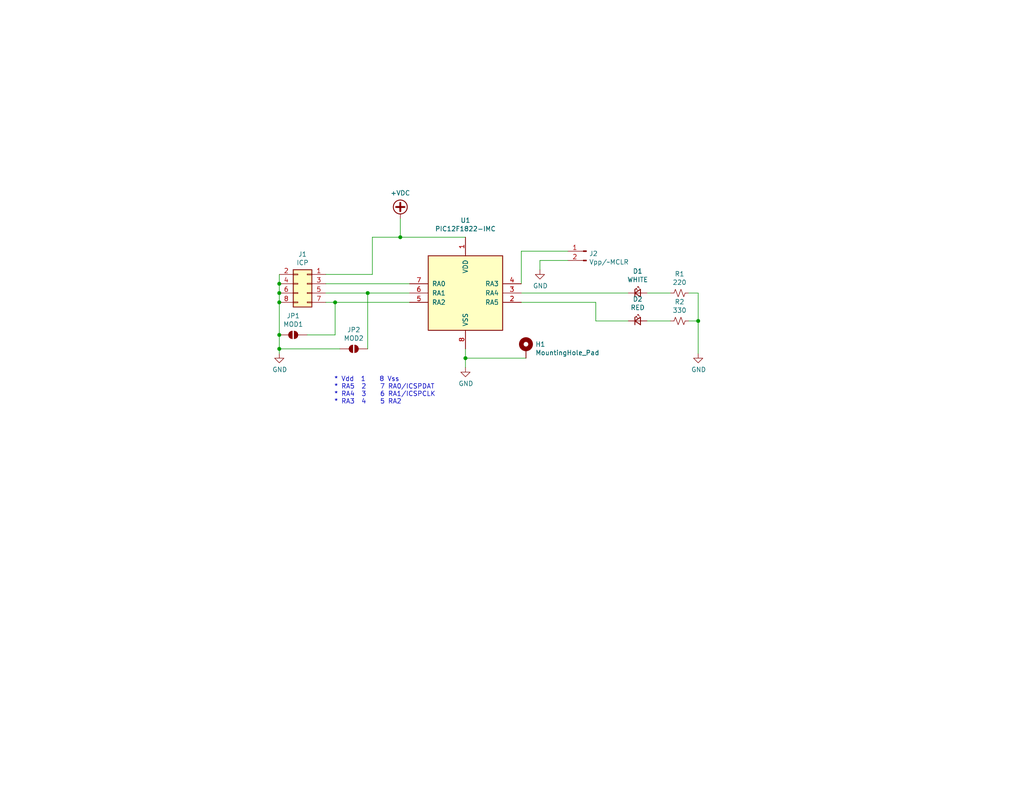
<source format=kicad_sch>
(kicad_sch
	(version 20231120)
	(generator "eeschema")
	(generator_version "8.0")
	(uuid "b6c5bfef-987e-4127-856a-a013b25ae263")
	(paper "A")
	(title_block
		(title "Mini LED Strobe Flasher")
		(date "2023-02-13")
		(rev "0")
		(company "KD6VKF")
	)
	(lib_symbols
		(symbol "Connector_Generic:Conn_02x04_Odd_Even"
			(pin_names
				(offset 1.016) hide)
			(exclude_from_sim no)
			(in_bom yes)
			(on_board yes)
			(property "Reference" "J"
				(at 1.27 5.08 0)
				(effects
					(font
						(size 1.27 1.27)
					)
				)
			)
			(property "Value" "Conn_02x04_Odd_Even"
				(at 1.27 -7.62 0)
				(effects
					(font
						(size 1.27 1.27)
					)
				)
			)
			(property "Footprint" ""
				(at 0 0 0)
				(effects
					(font
						(size 1.27 1.27)
					)
					(hide yes)
				)
			)
			(property "Datasheet" "~"
				(at 0 0 0)
				(effects
					(font
						(size 1.27 1.27)
					)
					(hide yes)
				)
			)
			(property "Description" "Generic connector, double row, 02x04, odd/even pin numbering scheme (row 1 odd numbers, row 2 even numbers), script generated (kicad-library-utils/schlib/autogen/connector/)"
				(at 0 0 0)
				(effects
					(font
						(size 1.27 1.27)
					)
					(hide yes)
				)
			)
			(property "ki_keywords" "connector"
				(at 0 0 0)
				(effects
					(font
						(size 1.27 1.27)
					)
					(hide yes)
				)
			)
			(property "ki_fp_filters" "Connector*:*_2x??_*"
				(at 0 0 0)
				(effects
					(font
						(size 1.27 1.27)
					)
					(hide yes)
				)
			)
			(symbol "Conn_02x04_Odd_Even_1_1"
				(rectangle
					(start -1.27 -4.953)
					(end 0 -5.207)
					(stroke
						(width 0.1524)
						(type default)
					)
					(fill
						(type none)
					)
				)
				(rectangle
					(start -1.27 -2.413)
					(end 0 -2.667)
					(stroke
						(width 0.1524)
						(type default)
					)
					(fill
						(type none)
					)
				)
				(rectangle
					(start -1.27 0.127)
					(end 0 -0.127)
					(stroke
						(width 0.1524)
						(type default)
					)
					(fill
						(type none)
					)
				)
				(rectangle
					(start -1.27 2.667)
					(end 0 2.413)
					(stroke
						(width 0.1524)
						(type default)
					)
					(fill
						(type none)
					)
				)
				(rectangle
					(start -1.27 3.81)
					(end 3.81 -6.35)
					(stroke
						(width 0.254)
						(type default)
					)
					(fill
						(type background)
					)
				)
				(rectangle
					(start 3.81 -4.953)
					(end 2.54 -5.207)
					(stroke
						(width 0.1524)
						(type default)
					)
					(fill
						(type none)
					)
				)
				(rectangle
					(start 3.81 -2.413)
					(end 2.54 -2.667)
					(stroke
						(width 0.1524)
						(type default)
					)
					(fill
						(type none)
					)
				)
				(rectangle
					(start 3.81 0.127)
					(end 2.54 -0.127)
					(stroke
						(width 0.1524)
						(type default)
					)
					(fill
						(type none)
					)
				)
				(rectangle
					(start 3.81 2.667)
					(end 2.54 2.413)
					(stroke
						(width 0.1524)
						(type default)
					)
					(fill
						(type none)
					)
				)
				(pin passive line
					(at -5.08 2.54 0)
					(length 3.81)
					(name "Pin_1"
						(effects
							(font
								(size 1.27 1.27)
							)
						)
					)
					(number "1"
						(effects
							(font
								(size 1.27 1.27)
							)
						)
					)
				)
				(pin passive line
					(at 7.62 2.54 180)
					(length 3.81)
					(name "Pin_2"
						(effects
							(font
								(size 1.27 1.27)
							)
						)
					)
					(number "2"
						(effects
							(font
								(size 1.27 1.27)
							)
						)
					)
				)
				(pin passive line
					(at -5.08 0 0)
					(length 3.81)
					(name "Pin_3"
						(effects
							(font
								(size 1.27 1.27)
							)
						)
					)
					(number "3"
						(effects
							(font
								(size 1.27 1.27)
							)
						)
					)
				)
				(pin passive line
					(at 7.62 0 180)
					(length 3.81)
					(name "Pin_4"
						(effects
							(font
								(size 1.27 1.27)
							)
						)
					)
					(number "4"
						(effects
							(font
								(size 1.27 1.27)
							)
						)
					)
				)
				(pin passive line
					(at -5.08 -2.54 0)
					(length 3.81)
					(name "Pin_5"
						(effects
							(font
								(size 1.27 1.27)
							)
						)
					)
					(number "5"
						(effects
							(font
								(size 1.27 1.27)
							)
						)
					)
				)
				(pin passive line
					(at 7.62 -2.54 180)
					(length 3.81)
					(name "Pin_6"
						(effects
							(font
								(size 1.27 1.27)
							)
						)
					)
					(number "6"
						(effects
							(font
								(size 1.27 1.27)
							)
						)
					)
				)
				(pin passive line
					(at -5.08 -5.08 0)
					(length 3.81)
					(name "Pin_7"
						(effects
							(font
								(size 1.27 1.27)
							)
						)
					)
					(number "7"
						(effects
							(font
								(size 1.27 1.27)
							)
						)
					)
				)
				(pin passive line
					(at 7.62 -5.08 180)
					(length 3.81)
					(name "Pin_8"
						(effects
							(font
								(size 1.27 1.27)
							)
						)
					)
					(number "8"
						(effects
							(font
								(size 1.27 1.27)
							)
						)
					)
				)
			)
		)
		(symbol "Device:LED_Small"
			(pin_numbers hide)
			(pin_names
				(offset 0.254) hide)
			(exclude_from_sim no)
			(in_bom yes)
			(on_board yes)
			(property "Reference" "D"
				(at -1.27 3.175 0)
				(effects
					(font
						(size 1.27 1.27)
					)
					(justify left)
				)
			)
			(property "Value" "LED_Small"
				(at -4.445 -2.54 0)
				(effects
					(font
						(size 1.27 1.27)
					)
					(justify left)
				)
			)
			(property "Footprint" ""
				(at 0 0 90)
				(effects
					(font
						(size 1.27 1.27)
					)
					(hide yes)
				)
			)
			(property "Datasheet" "~"
				(at 0 0 90)
				(effects
					(font
						(size 1.27 1.27)
					)
					(hide yes)
				)
			)
			(property "Description" "Light emitting diode, small symbol"
				(at 0 0 0)
				(effects
					(font
						(size 1.27 1.27)
					)
					(hide yes)
				)
			)
			(property "ki_keywords" "LED diode light-emitting-diode"
				(at 0 0 0)
				(effects
					(font
						(size 1.27 1.27)
					)
					(hide yes)
				)
			)
			(property "ki_fp_filters" "LED* LED_SMD:* LED_THT:*"
				(at 0 0 0)
				(effects
					(font
						(size 1.27 1.27)
					)
					(hide yes)
				)
			)
			(symbol "LED_Small_0_1"
				(polyline
					(pts
						(xy -0.762 -1.016) (xy -0.762 1.016)
					)
					(stroke
						(width 0.254)
						(type default)
					)
					(fill
						(type none)
					)
				)
				(polyline
					(pts
						(xy 1.016 0) (xy -0.762 0)
					)
					(stroke
						(width 0)
						(type default)
					)
					(fill
						(type none)
					)
				)
				(polyline
					(pts
						(xy 0.762 -1.016) (xy -0.762 0) (xy 0.762 1.016) (xy 0.762 -1.016)
					)
					(stroke
						(width 0.254)
						(type default)
					)
					(fill
						(type none)
					)
				)
				(polyline
					(pts
						(xy 0 0.762) (xy -0.508 1.27) (xy -0.254 1.27) (xy -0.508 1.27) (xy -0.508 1.016)
					)
					(stroke
						(width 0)
						(type default)
					)
					(fill
						(type none)
					)
				)
				(polyline
					(pts
						(xy 0.508 1.27) (xy 0 1.778) (xy 0.254 1.778) (xy 0 1.778) (xy 0 1.524)
					)
					(stroke
						(width 0)
						(type default)
					)
					(fill
						(type none)
					)
				)
			)
			(symbol "LED_Small_1_1"
				(pin passive line
					(at -2.54 0 0)
					(length 1.778)
					(name "K"
						(effects
							(font
								(size 1.27 1.27)
							)
						)
					)
					(number "1"
						(effects
							(font
								(size 1.27 1.27)
							)
						)
					)
				)
				(pin passive line
					(at 2.54 0 180)
					(length 1.778)
					(name "A"
						(effects
							(font
								(size 1.27 1.27)
							)
						)
					)
					(number "2"
						(effects
							(font
								(size 1.27 1.27)
							)
						)
					)
				)
			)
		)
		(symbol "Device:R_Small_US"
			(pin_numbers hide)
			(pin_names
				(offset 0.254) hide)
			(exclude_from_sim no)
			(in_bom yes)
			(on_board yes)
			(property "Reference" "R"
				(at 0.762 0.508 0)
				(effects
					(font
						(size 1.27 1.27)
					)
					(justify left)
				)
			)
			(property "Value" "R_Small_US"
				(at 0.762 -1.016 0)
				(effects
					(font
						(size 1.27 1.27)
					)
					(justify left)
				)
			)
			(property "Footprint" ""
				(at 0 0 0)
				(effects
					(font
						(size 1.27 1.27)
					)
					(hide yes)
				)
			)
			(property "Datasheet" "~"
				(at 0 0 0)
				(effects
					(font
						(size 1.27 1.27)
					)
					(hide yes)
				)
			)
			(property "Description" "Resistor, small US symbol"
				(at 0 0 0)
				(effects
					(font
						(size 1.27 1.27)
					)
					(hide yes)
				)
			)
			(property "ki_keywords" "r resistor"
				(at 0 0 0)
				(effects
					(font
						(size 1.27 1.27)
					)
					(hide yes)
				)
			)
			(property "ki_fp_filters" "R_*"
				(at 0 0 0)
				(effects
					(font
						(size 1.27 1.27)
					)
					(hide yes)
				)
			)
			(symbol "R_Small_US_1_1"
				(polyline
					(pts
						(xy 0 0) (xy 1.016 -0.381) (xy 0 -0.762) (xy -1.016 -1.143) (xy 0 -1.524)
					)
					(stroke
						(width 0)
						(type default)
					)
					(fill
						(type none)
					)
				)
				(polyline
					(pts
						(xy 0 1.524) (xy 1.016 1.143) (xy 0 0.762) (xy -1.016 0.381) (xy 0 0)
					)
					(stroke
						(width 0)
						(type default)
					)
					(fill
						(type none)
					)
				)
				(pin passive line
					(at 0 2.54 270)
					(length 1.016)
					(name "~"
						(effects
							(font
								(size 1.27 1.27)
							)
						)
					)
					(number "1"
						(effects
							(font
								(size 1.27 1.27)
							)
						)
					)
				)
				(pin passive line
					(at 0 -2.54 90)
					(length 1.016)
					(name "~"
						(effects
							(font
								(size 1.27 1.27)
							)
						)
					)
					(number "2"
						(effects
							(font
								(size 1.27 1.27)
							)
						)
					)
				)
			)
		)
		(symbol "Jumper:SolderJumper_2_Open"
			(pin_numbers hide)
			(pin_names
				(offset 0) hide)
			(exclude_from_sim yes)
			(in_bom no)
			(on_board yes)
			(property "Reference" "JP"
				(at 0 2.032 0)
				(effects
					(font
						(size 1.27 1.27)
					)
				)
			)
			(property "Value" "SolderJumper_2_Open"
				(at 0 -2.54 0)
				(effects
					(font
						(size 1.27 1.27)
					)
				)
			)
			(property "Footprint" ""
				(at 0 0 0)
				(effects
					(font
						(size 1.27 1.27)
					)
					(hide yes)
				)
			)
			(property "Datasheet" "~"
				(at 0 0 0)
				(effects
					(font
						(size 1.27 1.27)
					)
					(hide yes)
				)
			)
			(property "Description" "Solder Jumper, 2-pole, open"
				(at 0 0 0)
				(effects
					(font
						(size 1.27 1.27)
					)
					(hide yes)
				)
			)
			(property "ki_keywords" "solder jumper SPST"
				(at 0 0 0)
				(effects
					(font
						(size 1.27 1.27)
					)
					(hide yes)
				)
			)
			(property "ki_fp_filters" "SolderJumper*Open*"
				(at 0 0 0)
				(effects
					(font
						(size 1.27 1.27)
					)
					(hide yes)
				)
			)
			(symbol "SolderJumper_2_Open_0_1"
				(arc
					(start -0.254 1.016)
					(mid -1.2656 0)
					(end -0.254 -1.016)
					(stroke
						(width 0)
						(type default)
					)
					(fill
						(type none)
					)
				)
				(arc
					(start -0.254 1.016)
					(mid -1.2656 0)
					(end -0.254 -1.016)
					(stroke
						(width 0)
						(type default)
					)
					(fill
						(type outline)
					)
				)
				(polyline
					(pts
						(xy -0.254 1.016) (xy -0.254 -1.016)
					)
					(stroke
						(width 0)
						(type default)
					)
					(fill
						(type none)
					)
				)
				(polyline
					(pts
						(xy 0.254 1.016) (xy 0.254 -1.016)
					)
					(stroke
						(width 0)
						(type default)
					)
					(fill
						(type none)
					)
				)
				(arc
					(start 0.254 -1.016)
					(mid 1.2656 0)
					(end 0.254 1.016)
					(stroke
						(width 0)
						(type default)
					)
					(fill
						(type none)
					)
				)
				(arc
					(start 0.254 -1.016)
					(mid 1.2656 0)
					(end 0.254 1.016)
					(stroke
						(width 0)
						(type default)
					)
					(fill
						(type outline)
					)
				)
			)
			(symbol "SolderJumper_2_Open_1_1"
				(pin passive line
					(at -3.81 0 0)
					(length 2.54)
					(name "A"
						(effects
							(font
								(size 1.27 1.27)
							)
						)
					)
					(number "1"
						(effects
							(font
								(size 1.27 1.27)
							)
						)
					)
				)
				(pin passive line
					(at 3.81 0 180)
					(length 2.54)
					(name "B"
						(effects
							(font
								(size 1.27 1.27)
							)
						)
					)
					(number "2"
						(effects
							(font
								(size 1.27 1.27)
							)
						)
					)
				)
			)
		)
		(symbol "LED_Strobe-rescue:+VDC-power"
			(power)
			(pin_names
				(offset 0)
			)
			(exclude_from_sim no)
			(in_bom yes)
			(on_board yes)
			(property "Reference" "#PWR"
				(at 0 -2.54 0)
				(effects
					(font
						(size 1.27 1.27)
					)
					(hide yes)
				)
			)
			(property "Value" "power_+VDC"
				(at 0 6.35 0)
				(effects
					(font
						(size 1.27 1.27)
					)
				)
			)
			(property "Footprint" ""
				(at 0 0 0)
				(effects
					(font
						(size 1.27 1.27)
					)
					(hide yes)
				)
			)
			(property "Datasheet" ""
				(at 0 0 0)
				(effects
					(font
						(size 1.27 1.27)
					)
					(hide yes)
				)
			)
			(property "Description" ""
				(at 0 0 0)
				(effects
					(font
						(size 1.27 1.27)
					)
					(hide yes)
				)
			)
			(symbol "+VDC-power_0_1"
				(polyline
					(pts
						(xy -1.143 3.175) (xy 1.143 3.175)
					)
					(stroke
						(width 0.508)
						(type solid)
					)
					(fill
						(type none)
					)
				)
				(polyline
					(pts
						(xy 0 0) (xy 0 1.27)
					)
					(stroke
						(width 0)
						(type solid)
					)
					(fill
						(type none)
					)
				)
				(polyline
					(pts
						(xy 0 2.032) (xy 0 4.318)
					)
					(stroke
						(width 0.508)
						(type solid)
					)
					(fill
						(type none)
					)
				)
				(circle
					(center 0 3.175)
					(radius 1.905)
					(stroke
						(width 0.254)
						(type solid)
					)
					(fill
						(type none)
					)
				)
			)
			(symbol "+VDC-power_1_1"
				(pin power_in line
					(at 0 0 90)
					(length 0) hide
					(name "+VDC"
						(effects
							(font
								(size 1.27 1.27)
							)
						)
					)
					(number "1"
						(effects
							(font
								(size 1.27 1.27)
							)
						)
					)
				)
			)
		)
		(symbol "LED_Strobe-rescue:Conn_01x02_Male-Connector"
			(pin_names
				(offset 1.016) hide)
			(exclude_from_sim no)
			(in_bom yes)
			(on_board yes)
			(property "Reference" "J"
				(at 0 2.54 0)
				(effects
					(font
						(size 1.27 1.27)
					)
				)
			)
			(property "Value" "Connector_Conn_01x02_Male"
				(at 0 -5.08 0)
				(effects
					(font
						(size 1.27 1.27)
					)
				)
			)
			(property "Footprint" ""
				(at 0 0 0)
				(effects
					(font
						(size 1.27 1.27)
					)
					(hide yes)
				)
			)
			(property "Datasheet" ""
				(at 0 0 0)
				(effects
					(font
						(size 1.27 1.27)
					)
					(hide yes)
				)
			)
			(property "Description" ""
				(at 0 0 0)
				(effects
					(font
						(size 1.27 1.27)
					)
					(hide yes)
				)
			)
			(property "ki_fp_filters" "Connector*:*_1x??_*"
				(at 0 0 0)
				(effects
					(font
						(size 1.27 1.27)
					)
					(hide yes)
				)
			)
			(symbol "Conn_01x02_Male-Connector_1_1"
				(polyline
					(pts
						(xy 1.27 -2.54) (xy 0.8636 -2.54)
					)
					(stroke
						(width 0.1524)
						(type solid)
					)
					(fill
						(type none)
					)
				)
				(polyline
					(pts
						(xy 1.27 0) (xy 0.8636 0)
					)
					(stroke
						(width 0.1524)
						(type solid)
					)
					(fill
						(type none)
					)
				)
				(rectangle
					(start 0.8636 -2.413)
					(end 0 -2.667)
					(stroke
						(width 0.1524)
						(type solid)
					)
					(fill
						(type outline)
					)
				)
				(rectangle
					(start 0.8636 0.127)
					(end 0 -0.127)
					(stroke
						(width 0.1524)
						(type solid)
					)
					(fill
						(type outline)
					)
				)
				(pin passive line
					(at 5.08 0 180)
					(length 3.81)
					(name "Pin_1"
						(effects
							(font
								(size 1.27 1.27)
							)
						)
					)
					(number "1"
						(effects
							(font
								(size 1.27 1.27)
							)
						)
					)
				)
				(pin passive line
					(at 5.08 -2.54 180)
					(length 3.81)
					(name "Pin_2"
						(effects
							(font
								(size 1.27 1.27)
							)
						)
					)
					(number "2"
						(effects
							(font
								(size 1.27 1.27)
							)
						)
					)
				)
			)
		)
		(symbol "LED_Strobe-rescue:GND-power"
			(power)
			(pin_names
				(offset 0)
			)
			(exclude_from_sim no)
			(in_bom yes)
			(on_board yes)
			(property "Reference" "#PWR"
				(at 0 -6.35 0)
				(effects
					(font
						(size 1.27 1.27)
					)
					(hide yes)
				)
			)
			(property "Value" "power_GND"
				(at 0 -3.81 0)
				(effects
					(font
						(size 1.27 1.27)
					)
				)
			)
			(property "Footprint" ""
				(at 0 0 0)
				(effects
					(font
						(size 1.27 1.27)
					)
					(hide yes)
				)
			)
			(property "Datasheet" ""
				(at 0 0 0)
				(effects
					(font
						(size 1.27 1.27)
					)
					(hide yes)
				)
			)
			(property "Description" ""
				(at 0 0 0)
				(effects
					(font
						(size 1.27 1.27)
					)
					(hide yes)
				)
			)
			(symbol "GND-power_0_1"
				(polyline
					(pts
						(xy 0 0) (xy 0 -1.27) (xy 1.27 -1.27) (xy 0 -2.54) (xy -1.27 -1.27) (xy 0 -1.27)
					)
					(stroke
						(width 0)
						(type solid)
					)
					(fill
						(type none)
					)
				)
			)
			(symbol "GND-power_1_1"
				(pin power_in line
					(at 0 0 270)
					(length 0) hide
					(name "GND"
						(effects
							(font
								(size 1.27 1.27)
							)
						)
					)
					(number "1"
						(effects
							(font
								(size 1.27 1.27)
							)
						)
					)
				)
			)
		)
		(symbol "LED_Strobe-rescue:PIC12F1822-IMC-MCU_Microchip_PIC12"
			(pin_names
				(offset 1.016)
			)
			(exclude_from_sim no)
			(in_bom yes)
			(on_board yes)
			(property "Reference" "U"
				(at 1.27 13.97 0)
				(effects
					(font
						(size 1.27 1.27)
					)
					(justify left)
				)
			)
			(property "Value" "MCU_Microchip_PIC12_PIC12F1822-IMC"
				(at 1.27 11.43 0)
				(effects
					(font
						(size 1.27 1.27)
					)
					(justify left)
				)
			)
			(property "Footprint" "Package_DIP:DIP-8_W7.62mm"
				(at 15.24 16.51 0)
				(effects
					(font
						(size 1.27 1.27)
					)
					(hide yes)
				)
			)
			(property "Datasheet" ""
				(at 0 0 0)
				(effects
					(font
						(size 1.27 1.27)
					)
					(hide yes)
				)
			)
			(property "Description" ""
				(at 0 0 0)
				(effects
					(font
						(size 1.27 1.27)
					)
					(hide yes)
				)
			)
			(property "ki_fp_filters" "DIP*W7.62mm*"
				(at 0 0 0)
				(effects
					(font
						(size 1.27 1.27)
					)
					(hide yes)
				)
			)
			(symbol "PIC12F1822-IMC-MCU_Microchip_PIC12_0_1"
				(rectangle
					(start 10.16 -10.16)
					(end -10.16 10.16)
					(stroke
						(width 0.254)
						(type solid)
					)
					(fill
						(type background)
					)
				)
			)
			(symbol "PIC12F1822-IMC-MCU_Microchip_PIC12_1_1"
				(pin power_in line
					(at 0 15.24 270)
					(length 5.08)
					(name "VDD"
						(effects
							(font
								(size 1.27 1.27)
							)
						)
					)
					(number "1"
						(effects
							(font
								(size 1.27 1.27)
							)
						)
					)
				)
				(pin bidirectional line
					(at 15.24 -2.54 180)
					(length 5.08)
					(name "RA5"
						(effects
							(font
								(size 1.27 1.27)
							)
						)
					)
					(number "2"
						(effects
							(font
								(size 1.27 1.27)
							)
						)
					)
				)
				(pin bidirectional line
					(at 15.24 0 180)
					(length 5.08)
					(name "RA4"
						(effects
							(font
								(size 1.27 1.27)
							)
						)
					)
					(number "3"
						(effects
							(font
								(size 1.27 1.27)
							)
						)
					)
				)
				(pin input line
					(at 15.24 2.54 180)
					(length 5.08)
					(name "RA3"
						(effects
							(font
								(size 1.27 1.27)
							)
						)
					)
					(number "4"
						(effects
							(font
								(size 1.27 1.27)
							)
						)
					)
				)
				(pin bidirectional line
					(at -15.24 -2.54 0)
					(length 5.08)
					(name "RA2"
						(effects
							(font
								(size 1.27 1.27)
							)
						)
					)
					(number "5"
						(effects
							(font
								(size 1.27 1.27)
							)
						)
					)
				)
				(pin bidirectional line
					(at -15.24 0 0)
					(length 5.08)
					(name "RA1"
						(effects
							(font
								(size 1.27 1.27)
							)
						)
					)
					(number "6"
						(effects
							(font
								(size 1.27 1.27)
							)
						)
					)
				)
				(pin bidirectional line
					(at -15.24 2.54 0)
					(length 5.08)
					(name "RA0"
						(effects
							(font
								(size 1.27 1.27)
							)
						)
					)
					(number "7"
						(effects
							(font
								(size 1.27 1.27)
							)
						)
					)
				)
				(pin power_in line
					(at 0 -15.24 90)
					(length 5.08)
					(name "VSS"
						(effects
							(font
								(size 1.27 1.27)
							)
						)
					)
					(number "8"
						(effects
							(font
								(size 1.27 1.27)
							)
						)
					)
				)
			)
		)
		(symbol "Mechanical:MountingHole_Pad"
			(pin_numbers hide)
			(pin_names
				(offset 1.016) hide)
			(exclude_from_sim yes)
			(in_bom no)
			(on_board yes)
			(property "Reference" "H"
				(at 0 6.35 0)
				(effects
					(font
						(size 1.27 1.27)
					)
				)
			)
			(property "Value" "MountingHole_Pad"
				(at 0 4.445 0)
				(effects
					(font
						(size 1.27 1.27)
					)
				)
			)
			(property "Footprint" ""
				(at 0 0 0)
				(effects
					(font
						(size 1.27 1.27)
					)
					(hide yes)
				)
			)
			(property "Datasheet" "~"
				(at 0 0 0)
				(effects
					(font
						(size 1.27 1.27)
					)
					(hide yes)
				)
			)
			(property "Description" "Mounting Hole with connection"
				(at 0 0 0)
				(effects
					(font
						(size 1.27 1.27)
					)
					(hide yes)
				)
			)
			(property "ki_keywords" "mounting hole"
				(at 0 0 0)
				(effects
					(font
						(size 1.27 1.27)
					)
					(hide yes)
				)
			)
			(property "ki_fp_filters" "MountingHole*Pad*"
				(at 0 0 0)
				(effects
					(font
						(size 1.27 1.27)
					)
					(hide yes)
				)
			)
			(symbol "MountingHole_Pad_0_1"
				(circle
					(center 0 1.27)
					(radius 1.27)
					(stroke
						(width 1.27)
						(type default)
					)
					(fill
						(type none)
					)
				)
			)
			(symbol "MountingHole_Pad_1_1"
				(pin input line
					(at 0 -2.54 90)
					(length 2.54)
					(name "1"
						(effects
							(font
								(size 1.27 1.27)
							)
						)
					)
					(number "1"
						(effects
							(font
								(size 1.27 1.27)
							)
						)
					)
				)
			)
		)
	)
	(junction
		(at 127 97.79)
		(diameter 0)
		(color 0 0 0 0)
		(uuid "10584ee2-e9e9-4de7-adc7-e41209cdce14")
	)
	(junction
		(at 76.2 91.44)
		(diameter 0)
		(color 0 0 0 0)
		(uuid "3ec08ec5-9b09-4ac3-965f-1fafa4cce3da")
	)
	(junction
		(at 100.33 80.01)
		(diameter 0)
		(color 0 0 0 0)
		(uuid "4267b322-3241-4ea7-bffe-18fba02e70c0")
	)
	(junction
		(at 76.2 95.25)
		(diameter 0)
		(color 0 0 0 0)
		(uuid "4c6c51a9-cf3c-4b1c-8aaf-27f8714d5367")
	)
	(junction
		(at 76.2 80.01)
		(diameter 0)
		(color 0 0 0 0)
		(uuid "558b1cba-2c7a-4b5e-9ec3-a8030bd8988d")
	)
	(junction
		(at 76.2 77.47)
		(diameter 0)
		(color 0 0 0 0)
		(uuid "8394df52-e1ae-48ae-a623-6892573147b9")
	)
	(junction
		(at 76.2 82.55)
		(diameter 0)
		(color 0 0 0 0)
		(uuid "cd9a3a62-f11a-4792-8f29-84de7ca9f50c")
	)
	(junction
		(at 91.44 82.55)
		(diameter 0)
		(color 0 0 0 0)
		(uuid "d44c3439-3567-49f3-82f4-30dfba5a7b6a")
	)
	(junction
		(at 109.22 64.77)
		(diameter 0)
		(color 0 0 0 0)
		(uuid "e43e9a8c-6d24-410a-b904-ff6a4b808fba")
	)
	(junction
		(at 190.5 87.63)
		(diameter 0)
		(color 0 0 0 0)
		(uuid "f2e7f691-8f85-440a-b892-1505bc6e37c2")
	)
	(wire
		(pts
			(xy 142.24 82.55) (xy 162.56 82.55)
		)
		(stroke
			(width 0)
			(type default)
		)
		(uuid "01d10518-2380-4ef8-9fcb-5cfdd490e6e4")
	)
	(wire
		(pts
			(xy 91.44 91.44) (xy 91.44 82.55)
		)
		(stroke
			(width 0)
			(type default)
		)
		(uuid "05565b1d-50c8-4d4e-9c6e-de543020732a")
	)
	(wire
		(pts
			(xy 76.2 95.25) (xy 76.2 96.52)
		)
		(stroke
			(width 0)
			(type default)
		)
		(uuid "0c5ba917-2445-4c62-903d-0f2a315dada3")
	)
	(wire
		(pts
			(xy 142.24 68.58) (xy 142.24 77.47)
		)
		(stroke
			(width 0)
			(type default)
		)
		(uuid "11f1a29d-a62f-4bed-8d9f-713752210e4b")
	)
	(wire
		(pts
			(xy 190.5 80.01) (xy 190.5 87.63)
		)
		(stroke
			(width 0)
			(type default)
		)
		(uuid "12c1c7e6-66f7-4474-9865-718be5e9d73b")
	)
	(wire
		(pts
			(xy 127 100.33) (xy 127 97.79)
		)
		(stroke
			(width 0)
			(type default)
		)
		(uuid "15ef46bc-4953-4bfc-b83d-0c84d3765662")
	)
	(wire
		(pts
			(xy 162.56 82.55) (xy 162.56 87.63)
		)
		(stroke
			(width 0)
			(type default)
		)
		(uuid "16d7d22a-a998-4bde-aa37-972df6e58fdb")
	)
	(wire
		(pts
			(xy 76.2 77.47) (xy 76.2 80.01)
		)
		(stroke
			(width 0)
			(type default)
		)
		(uuid "2bb80e02-093b-4fcc-beaa-248c83b2e0ff")
	)
	(wire
		(pts
			(xy 88.9 80.01) (xy 100.33 80.01)
		)
		(stroke
			(width 0)
			(type default)
		)
		(uuid "48d8f965-5988-4fed-a9b1-980ee4186f21")
	)
	(wire
		(pts
			(xy 76.2 95.25) (xy 92.71 95.25)
		)
		(stroke
			(width 0)
			(type default)
		)
		(uuid "49b7d564-72b5-4ad9-8698-537d0837a799")
	)
	(wire
		(pts
			(xy 100.33 80.01) (xy 111.76 80.01)
		)
		(stroke
			(width 0)
			(type default)
		)
		(uuid "4aee162a-5657-439f-8490-c5c530160cf8")
	)
	(wire
		(pts
			(xy 127 97.79) (xy 127 95.25)
		)
		(stroke
			(width 0)
			(type default)
		)
		(uuid "59276a5c-acb6-41ae-8f1f-50976b767a1a")
	)
	(wire
		(pts
			(xy 176.53 87.63) (xy 182.88 87.63)
		)
		(stroke
			(width 0)
			(type default)
		)
		(uuid "60918c00-2e12-470a-9ca2-48005adda285")
	)
	(wire
		(pts
			(xy 142.24 68.58) (xy 154.94 68.58)
		)
		(stroke
			(width 0)
			(type default)
		)
		(uuid "62c194d7-b7e4-4789-869d-5cc2cbd041a3")
	)
	(wire
		(pts
			(xy 190.5 87.63) (xy 190.5 96.52)
		)
		(stroke
			(width 0)
			(type default)
		)
		(uuid "7436b90f-77d8-4e39-906c-4e024e5df64e")
	)
	(wire
		(pts
			(xy 76.2 82.55) (xy 76.2 91.44)
		)
		(stroke
			(width 0)
			(type default)
		)
		(uuid "79dff0f4-0d2e-49e3-89fd-323b8f46d18a")
	)
	(wire
		(pts
			(xy 176.53 80.01) (xy 182.88 80.01)
		)
		(stroke
			(width 0)
			(type default)
		)
		(uuid "7d07db98-1e74-4f19-9c8a-773c49cb7da3")
	)
	(wire
		(pts
			(xy 101.6 64.77) (xy 109.22 64.77)
		)
		(stroke
			(width 0)
			(type default)
		)
		(uuid "83ff36f8-d401-47a4-895e-7bce95d655e3")
	)
	(wire
		(pts
			(xy 101.6 74.93) (xy 101.6 64.77)
		)
		(stroke
			(width 0)
			(type default)
		)
		(uuid "9646cecf-96b5-429d-a1fa-997abae89d62")
	)
	(wire
		(pts
			(xy 143.51 97.79) (xy 127 97.79)
		)
		(stroke
			(width 0)
			(type default)
		)
		(uuid "98e2b42f-b487-4fcd-8ce5-26828d9a2edc")
	)
	(wire
		(pts
			(xy 88.9 77.47) (xy 111.76 77.47)
		)
		(stroke
			(width 0)
			(type default)
		)
		(uuid "99d2af1f-7bc8-45c9-922c-f501a0132a3c")
	)
	(wire
		(pts
			(xy 88.9 74.93) (xy 101.6 74.93)
		)
		(stroke
			(width 0)
			(type default)
		)
		(uuid "9e8752b9-bf3c-4bb6-9a09-b22464c7c8c5")
	)
	(wire
		(pts
			(xy 76.2 91.44) (xy 76.2 95.25)
		)
		(stroke
			(width 0)
			(type default)
		)
		(uuid "a0479ab0-c2e5-4e92-b4be-ebd64d9cea79")
	)
	(wire
		(pts
			(xy 109.22 64.77) (xy 127 64.77)
		)
		(stroke
			(width 0)
			(type default)
		)
		(uuid "a4f422e5-b2c5-4d55-84cd-d93ff098fd23")
	)
	(wire
		(pts
			(xy 187.96 80.01) (xy 190.5 80.01)
		)
		(stroke
			(width 0)
			(type default)
		)
		(uuid "ab669351-28a5-471d-b360-6be46720a049")
	)
	(wire
		(pts
			(xy 162.56 87.63) (xy 171.45 87.63)
		)
		(stroke
			(width 0)
			(type default)
		)
		(uuid "b0404a93-3167-4e88-9224-6e8426eb5639")
	)
	(wire
		(pts
			(xy 76.2 74.93) (xy 76.2 77.47)
		)
		(stroke
			(width 0)
			(type default)
		)
		(uuid "bc976200-fde4-49c7-ae9f-142b51d2730f")
	)
	(wire
		(pts
			(xy 142.24 80.01) (xy 171.45 80.01)
		)
		(stroke
			(width 0)
			(type default)
		)
		(uuid "bf414d05-53ff-4ba9-8948-9563f5efccef")
	)
	(wire
		(pts
			(xy 109.22 59.69) (xy 109.22 64.77)
		)
		(stroke
			(width 0)
			(type default)
		)
		(uuid "d2a48b16-dd7f-4f80-a47c-92145847612c")
	)
	(wire
		(pts
			(xy 76.2 80.01) (xy 76.2 82.55)
		)
		(stroke
			(width 0)
			(type default)
		)
		(uuid "dc9136ec-fcf6-450c-aa30-e156c4fabfea")
	)
	(wire
		(pts
			(xy 83.82 91.44) (xy 91.44 91.44)
		)
		(stroke
			(width 0)
			(type default)
		)
		(uuid "eaa531d7-9824-4b8e-b66a-e70587c91c66")
	)
	(wire
		(pts
			(xy 187.96 87.63) (xy 190.5 87.63)
		)
		(stroke
			(width 0)
			(type default)
		)
		(uuid "eb27805d-5659-4c73-a3a9-3d4f2bbdea1e")
	)
	(wire
		(pts
			(xy 91.44 82.55) (xy 111.76 82.55)
		)
		(stroke
			(width 0)
			(type default)
		)
		(uuid "f075736f-57e9-40c2-8cb2-f61df73b2582")
	)
	(wire
		(pts
			(xy 147.32 71.12) (xy 154.94 71.12)
		)
		(stroke
			(width 0)
			(type default)
		)
		(uuid "f38bcb2d-1587-4569-8aca-21229c9c7bf1")
	)
	(wire
		(pts
			(xy 88.9 82.55) (xy 91.44 82.55)
		)
		(stroke
			(width 0)
			(type default)
		)
		(uuid "fad64446-3fc1-4dee-bdb4-f46d22ee40a6")
	)
	(wire
		(pts
			(xy 100.33 95.25) (xy 100.33 80.01)
		)
		(stroke
			(width 0)
			(type default)
		)
		(uuid "fb2e3c80-69ae-44c4-95d2-38cba599332e")
	)
	(wire
		(pts
			(xy 147.32 73.66) (xy 147.32 71.12)
		)
		(stroke
			(width 0)
			(type default)
		)
		(uuid "fe5afa93-8e19-440e-b394-21cfdbe1db5f")
	)
	(text " * Vdd  1    8 Vss\n * RA5  2    7 RA0/ICSPDAT\n * RA4  3    6 RA1/ICSPCLK\n * RA3  4    5 RA2  "
		(exclude_from_sim no)
		(at 90.17 110.49 0)
		(effects
			(font
				(size 1.27 1.27)
			)
			(justify left bottom)
		)
		(uuid "2e88bf60-ffac-405c-b7a9-f16468a61726")
	)
	(symbol
		(lib_id "LED_Strobe-rescue:PIC12F1822-IMC-MCU_Microchip_PIC12")
		(at 127 80.01 0)
		(unit 1)
		(exclude_from_sim no)
		(in_bom yes)
		(on_board yes)
		(dnp no)
		(uuid "00000000-0000-0000-0000-000063ea8acf")
		(property "Reference" "U1"
			(at 127 60.1726 0)
			(effects
				(font
					(size 1.27 1.27)
				)
			)
		)
		(property "Value" "PIC12F1822-IMC"
			(at 127 62.484 0)
			(effects
				(font
					(size 1.27 1.27)
				)
			)
		)
		(property "Footprint" "Package_DIP:DIP-8_W7.62mm"
			(at 142.24 63.5 0)
			(effects
				(font
					(size 1.27 1.27)
				)
				(hide yes)
			)
		)
		(property "Datasheet" "http://ww1.microchip.com/downloads/en/DeviceDoc/41413B.pdf"
			(at 127 80.01 0)
			(effects
				(font
					(size 1.27 1.27)
				)
				(hide yes)
			)
		)
		(property "Description" ""
			(at 127 80.01 0)
			(effects
				(font
					(size 1.27 1.27)
				)
				(hide yes)
			)
		)
		(pin "5"
			(uuid "f3173f5f-b8de-4c7b-b8c7-3e1e2df3506b")
		)
		(pin "3"
			(uuid "8fa57f13-7f82-44e8-9255-4663539c784d")
		)
		(pin "7"
			(uuid "8ec056a6-a1bb-440d-85e5-afdfa429e6a8")
		)
		(pin "6"
			(uuid "5b7ffd0a-e3bf-4830-a5c0-efaf0e6032ba")
		)
		(pin "2"
			(uuid "ea62073b-c6ef-4bd8-be4e-8f67b3531d60")
		)
		(pin "1"
			(uuid "906eda56-8c4c-4353-8990-6e830bd1d8ae")
		)
		(pin "8"
			(uuid "58ba1c6e-e689-44dc-a292-0224f7094218")
		)
		(pin "4"
			(uuid "4ce4e93e-5e7c-4ead-b31c-f56a03d90802")
		)
		(instances
			(project ""
				(path "/b6c5bfef-987e-4127-856a-a013b25ae263"
					(reference "U1")
					(unit 1)
				)
			)
		)
	)
	(symbol
		(lib_id "Jumper:SolderJumper_2_Open")
		(at 96.52 95.25 0)
		(unit 1)
		(exclude_from_sim no)
		(in_bom yes)
		(on_board yes)
		(dnp no)
		(uuid "00000000-0000-0000-0000-000063eaad15")
		(property "Reference" "JP2"
			(at 96.52 90.043 0)
			(effects
				(font
					(size 1.27 1.27)
				)
			)
		)
		(property "Value" "MOD2"
			(at 96.52 92.3544 0)
			(effects
				(font
					(size 1.27 1.27)
				)
			)
		)
		(property "Footprint" "Jumper:SolderJumper-2_P1.3mm_Open_RoundedPad1.0x1.5mm"
			(at 96.52 95.25 0)
			(effects
				(font
					(size 1.27 1.27)
				)
				(hide yes)
			)
		)
		(property "Datasheet" "~"
			(at 96.52 95.25 0)
			(effects
				(font
					(size 1.27 1.27)
				)
				(hide yes)
			)
		)
		(property "Description" ""
			(at 96.52 95.25 0)
			(effects
				(font
					(size 1.27 1.27)
				)
				(hide yes)
			)
		)
		(pin "1"
			(uuid "e096ca27-1ab8-4ecb-ad97-0f87fe0de3f1")
		)
		(pin "2"
			(uuid "1eb0b710-86dc-4a90-977c-431278899c33")
		)
		(instances
			(project ""
				(path "/b6c5bfef-987e-4127-856a-a013b25ae263"
					(reference "JP2")
					(unit 1)
				)
			)
		)
	)
	(symbol
		(lib_id "Jumper:SolderJumper_2_Open")
		(at 80.01 91.44 0)
		(unit 1)
		(exclude_from_sim no)
		(in_bom yes)
		(on_board yes)
		(dnp no)
		(uuid "00000000-0000-0000-0000-000063eab581")
		(property "Reference" "JP1"
			(at 80.01 86.233 0)
			(effects
				(font
					(size 1.27 1.27)
				)
			)
		)
		(property "Value" "MOD1"
			(at 80.01 88.5444 0)
			(effects
				(font
					(size 1.27 1.27)
				)
			)
		)
		(property "Footprint" "Jumper:SolderJumper-2_P1.3mm_Open_RoundedPad1.0x1.5mm"
			(at 80.01 91.44 0)
			(effects
				(font
					(size 1.27 1.27)
				)
				(hide yes)
			)
		)
		(property "Datasheet" "~"
			(at 80.01 91.44 0)
			(effects
				(font
					(size 1.27 1.27)
				)
				(hide yes)
			)
		)
		(property "Description" ""
			(at 80.01 91.44 0)
			(effects
				(font
					(size 1.27 1.27)
				)
				(hide yes)
			)
		)
		(pin "1"
			(uuid "7adab0f6-4346-47b4-8b17-c25838ee109b")
		)
		(pin "2"
			(uuid "b82f755b-e988-464d-b1c7-9727f78efdb5")
		)
		(instances
			(project ""
				(path "/b6c5bfef-987e-4127-856a-a013b25ae263"
					(reference "JP1")
					(unit 1)
				)
			)
		)
	)
	(symbol
		(lib_id "LED_Strobe-rescue:GND-power")
		(at 127 100.33 0)
		(unit 1)
		(exclude_from_sim no)
		(in_bom yes)
		(on_board yes)
		(dnp no)
		(uuid "00000000-0000-0000-0000-000063eaf734")
		(property "Reference" "#PWR04"
			(at 127 106.68 0)
			(effects
				(font
					(size 1.27 1.27)
				)
				(hide yes)
			)
		)
		(property "Value" "GND"
			(at 127.127 104.7242 0)
			(effects
				(font
					(size 1.27 1.27)
				)
			)
		)
		(property "Footprint" ""
			(at 127 100.33 0)
			(effects
				(font
					(size 1.27 1.27)
				)
				(hide yes)
			)
		)
		(property "Datasheet" ""
			(at 127 100.33 0)
			(effects
				(font
					(size 1.27 1.27)
				)
				(hide yes)
			)
		)
		(property "Description" ""
			(at 127 100.33 0)
			(effects
				(font
					(size 1.27 1.27)
				)
				(hide yes)
			)
		)
		(pin "1"
			(uuid "6dcb5627-16a1-4050-b0d2-74e81c3cef7c")
		)
		(instances
			(project ""
				(path "/b6c5bfef-987e-4127-856a-a013b25ae263"
					(reference "#PWR04")
					(unit 1)
				)
			)
		)
	)
	(symbol
		(lib_id "LED_Strobe-rescue:GND-power")
		(at 76.2 96.52 0)
		(unit 1)
		(exclude_from_sim no)
		(in_bom yes)
		(on_board yes)
		(dnp no)
		(uuid "00000000-0000-0000-0000-000063eb016d")
		(property "Reference" "#PWR02"
			(at 76.2 102.87 0)
			(effects
				(font
					(size 1.27 1.27)
				)
				(hide yes)
			)
		)
		(property "Value" "GND"
			(at 76.327 100.9142 0)
			(effects
				(font
					(size 1.27 1.27)
				)
			)
		)
		(property "Footprint" ""
			(at 76.2 96.52 0)
			(effects
				(font
					(size 1.27 1.27)
				)
				(hide yes)
			)
		)
		(property "Datasheet" ""
			(at 76.2 96.52 0)
			(effects
				(font
					(size 1.27 1.27)
				)
				(hide yes)
			)
		)
		(property "Description" ""
			(at 76.2 96.52 0)
			(effects
				(font
					(size 1.27 1.27)
				)
				(hide yes)
			)
		)
		(pin "1"
			(uuid "bfc1049a-f5b1-485f-92be-0bd4e60d0378")
		)
		(instances
			(project ""
				(path "/b6c5bfef-987e-4127-856a-a013b25ae263"
					(reference "#PWR02")
					(unit 1)
				)
			)
		)
	)
	(symbol
		(lib_id "LED_Strobe-rescue:GND-power")
		(at 190.5 96.52 0)
		(unit 1)
		(exclude_from_sim no)
		(in_bom yes)
		(on_board yes)
		(dnp no)
		(uuid "00000000-0000-0000-0000-000063eb0b81")
		(property "Reference" "#PWR03"
			(at 190.5 102.87 0)
			(effects
				(font
					(size 1.27 1.27)
				)
				(hide yes)
			)
		)
		(property "Value" "GND"
			(at 190.627 100.9142 0)
			(effects
				(font
					(size 1.27 1.27)
				)
			)
		)
		(property "Footprint" ""
			(at 190.5 96.52 0)
			(effects
				(font
					(size 1.27 1.27)
				)
				(hide yes)
			)
		)
		(property "Datasheet" ""
			(at 190.5 96.52 0)
			(effects
				(font
					(size 1.27 1.27)
				)
				(hide yes)
			)
		)
		(property "Description" ""
			(at 190.5 96.52 0)
			(effects
				(font
					(size 1.27 1.27)
				)
				(hide yes)
			)
		)
		(pin "1"
			(uuid "3be59d47-67a3-492c-a282-babdd075e917")
		)
		(instances
			(project ""
				(path "/b6c5bfef-987e-4127-856a-a013b25ae263"
					(reference "#PWR03")
					(unit 1)
				)
			)
		)
	)
	(symbol
		(lib_id "LED_Strobe-rescue:+VDC-power")
		(at 109.22 59.69 0)
		(unit 1)
		(exclude_from_sim no)
		(in_bom yes)
		(on_board yes)
		(dnp no)
		(uuid "00000000-0000-0000-0000-000063eb14fc")
		(property "Reference" "#PWR01"
			(at 109.22 62.23 0)
			(effects
				(font
					(size 1.27 1.27)
				)
				(hide yes)
			)
		)
		(property "Value" "+VDC"
			(at 109.22 52.705 0)
			(effects
				(font
					(size 1.27 1.27)
				)
			)
		)
		(property "Footprint" ""
			(at 109.22 59.69 0)
			(effects
				(font
					(size 1.27 1.27)
				)
				(hide yes)
			)
		)
		(property "Datasheet" ""
			(at 109.22 59.69 0)
			(effects
				(font
					(size 1.27 1.27)
				)
				(hide yes)
			)
		)
		(property "Description" ""
			(at 109.22 59.69 0)
			(effects
				(font
					(size 1.27 1.27)
				)
				(hide yes)
			)
		)
		(pin "1"
			(uuid "bcc8d8ca-eb63-4bc8-be66-0048b690d3e5")
		)
		(instances
			(project ""
				(path "/b6c5bfef-987e-4127-856a-a013b25ae263"
					(reference "#PWR01")
					(unit 1)
				)
			)
		)
	)
	(symbol
		(lib_id "Device:LED_Small")
		(at 173.99 80.01 0)
		(unit 1)
		(exclude_from_sim no)
		(in_bom yes)
		(on_board yes)
		(dnp no)
		(uuid "00000000-0000-0000-0000-000063eb1f13")
		(property "Reference" "D1"
			(at 173.99 74.041 0)
			(effects
				(font
					(size 1.27 1.27)
				)
			)
		)
		(property "Value" "WHITE"
			(at 173.99 76.3524 0)
			(effects
				(font
					(size 1.27 1.27)
				)
			)
		)
		(property "Footprint" "LED_THT:LED_D3.0mm_Clear"
			(at 173.99 80.01 90)
			(effects
				(font
					(size 1.27 1.27)
				)
				(hide yes)
			)
		)
		(property "Datasheet" "~"
			(at 173.99 80.01 90)
			(effects
				(font
					(size 1.27 1.27)
				)
				(hide yes)
			)
		)
		(property "Description" ""
			(at 173.99 80.01 0)
			(effects
				(font
					(size 1.27 1.27)
				)
				(hide yes)
			)
		)
		(pin "1"
			(uuid "76f5aa63-cf60-4849-b5f4-235f66e83e22")
		)
		(pin "2"
			(uuid "e26db400-7557-41ad-82c2-417d94d17ecb")
		)
		(instances
			(project ""
				(path "/b6c5bfef-987e-4127-856a-a013b25ae263"
					(reference "D1")
					(unit 1)
				)
			)
		)
	)
	(symbol
		(lib_id "Device:LED_Small")
		(at 173.99 87.63 0)
		(unit 1)
		(exclude_from_sim no)
		(in_bom yes)
		(on_board yes)
		(dnp no)
		(uuid "00000000-0000-0000-0000-000063eb28ad")
		(property "Reference" "D2"
			(at 173.99 81.661 0)
			(effects
				(font
					(size 1.27 1.27)
				)
			)
		)
		(property "Value" "RED"
			(at 173.99 83.9724 0)
			(effects
				(font
					(size 1.27 1.27)
				)
			)
		)
		(property "Footprint" "LED_THT:LED_D3.0mm"
			(at 173.99 87.63 90)
			(effects
				(font
					(size 1.27 1.27)
				)
				(hide yes)
			)
		)
		(property "Datasheet" "~"
			(at 173.99 87.63 90)
			(effects
				(font
					(size 1.27 1.27)
				)
				(hide yes)
			)
		)
		(property "Description" ""
			(at 173.99 87.63 0)
			(effects
				(font
					(size 1.27 1.27)
				)
				(hide yes)
			)
		)
		(pin "1"
			(uuid "43c35be5-b72a-4a6f-a62c-f88b2d69a706")
		)
		(pin "2"
			(uuid "9ec4c077-412b-4bbc-8444-607a38c58046")
		)
		(instances
			(project ""
				(path "/b6c5bfef-987e-4127-856a-a013b25ae263"
					(reference "D2")
					(unit 1)
				)
			)
		)
	)
	(symbol
		(lib_id "Device:R_Small_US")
		(at 185.42 87.63 90)
		(unit 1)
		(exclude_from_sim no)
		(in_bom yes)
		(on_board yes)
		(dnp no)
		(uuid "00000000-0000-0000-0000-000063eb3300")
		(property "Reference" "R2"
			(at 185.42 82.423 90)
			(effects
				(font
					(size 1.27 1.27)
				)
			)
		)
		(property "Value" "330"
			(at 185.42 84.7344 90)
			(effects
				(font
					(size 1.27 1.27)
				)
			)
		)
		(property "Footprint" "Resistor_THT:R_Axial_DIN0204_L3.6mm_D1.6mm_P2.54mm_Vertical"
			(at 185.42 87.63 0)
			(effects
				(font
					(size 1.27 1.27)
				)
				(hide yes)
			)
		)
		(property "Datasheet" "~"
			(at 185.42 87.63 0)
			(effects
				(font
					(size 1.27 1.27)
				)
				(hide yes)
			)
		)
		(property "Description" ""
			(at 185.42 87.63 0)
			(effects
				(font
					(size 1.27 1.27)
				)
				(hide yes)
			)
		)
		(pin "1"
			(uuid "b65120c7-f2ab-4fc5-abef-92cae38be6b8")
		)
		(pin "2"
			(uuid "df9e610a-6fd2-42af-981d-01a8b769c3be")
		)
		(instances
			(project ""
				(path "/b6c5bfef-987e-4127-856a-a013b25ae263"
					(reference "R2")
					(unit 1)
				)
			)
		)
	)
	(symbol
		(lib_id "Device:R_Small_US")
		(at 185.42 80.01 90)
		(unit 1)
		(exclude_from_sim no)
		(in_bom yes)
		(on_board yes)
		(dnp no)
		(uuid "00000000-0000-0000-0000-000063eb410e")
		(property "Reference" "R1"
			(at 185.42 74.803 90)
			(effects
				(font
					(size 1.27 1.27)
				)
			)
		)
		(property "Value" "220"
			(at 185.42 77.1144 90)
			(effects
				(font
					(size 1.27 1.27)
				)
			)
		)
		(property "Footprint" "Resistor_THT:R_Axial_DIN0204_L3.6mm_D1.6mm_P2.54mm_Vertical"
			(at 185.42 80.01 0)
			(effects
				(font
					(size 1.27 1.27)
				)
				(hide yes)
			)
		)
		(property "Datasheet" "~"
			(at 185.42 80.01 0)
			(effects
				(font
					(size 1.27 1.27)
				)
				(hide yes)
			)
		)
		(property "Description" ""
			(at 185.42 80.01 0)
			(effects
				(font
					(size 1.27 1.27)
				)
				(hide yes)
			)
		)
		(pin "1"
			(uuid "09bee5ad-2b51-41c9-9477-7123b6a71bcc")
		)
		(pin "2"
			(uuid "b968623c-ef85-49c1-be8a-bc4b259eb939")
		)
		(instances
			(project ""
				(path "/b6c5bfef-987e-4127-856a-a013b25ae263"
					(reference "R1")
					(unit 1)
				)
			)
		)
	)
	(symbol
		(lib_id "LED_Strobe-rescue:Conn_01x02_Male-Connector")
		(at 160.02 68.58 0)
		(mirror y)
		(unit 1)
		(exclude_from_sim no)
		(in_bom yes)
		(on_board yes)
		(dnp no)
		(uuid "00000000-0000-0000-0000-000063ec0d2e")
		(property "Reference" "J2"
			(at 160.7312 69.2404 0)
			(effects
				(font
					(size 1.27 1.27)
				)
				(justify right)
			)
		)
		(property "Value" "Vpp/~MCLR"
			(at 160.7312 71.5518 0)
			(effects
				(font
					(size 1.27 1.27)
				)
				(justify right)
			)
		)
		(property "Footprint" "Connector_PinHeader_2.54mm:PinHeader_1x02_P2.54mm_Vertical"
			(at 160.02 68.58 0)
			(effects
				(font
					(size 1.27 1.27)
				)
				(hide yes)
			)
		)
		(property "Datasheet" "~"
			(at 160.02 68.58 0)
			(effects
				(font
					(size 1.27 1.27)
				)
				(hide yes)
			)
		)
		(property "Description" ""
			(at 160.02 68.58 0)
			(effects
				(font
					(size 1.27 1.27)
				)
				(hide yes)
			)
		)
		(pin "1"
			(uuid "8138e21a-797b-42f3-939b-2afd4827a4c8")
		)
		(pin "2"
			(uuid "2bf64a90-c1b9-40e5-9763-dbee84c35155")
		)
		(instances
			(project ""
				(path "/b6c5bfef-987e-4127-856a-a013b25ae263"
					(reference "J2")
					(unit 1)
				)
			)
		)
	)
	(symbol
		(lib_id "Connector_Generic:Conn_02x04_Odd_Even")
		(at 83.82 77.47 0)
		(mirror y)
		(unit 1)
		(exclude_from_sim no)
		(in_bom yes)
		(on_board yes)
		(dnp no)
		(uuid "00000000-0000-0000-0000-000063ec5c18")
		(property "Reference" "J1"
			(at 82.55 69.4182 0)
			(effects
				(font
					(size 1.27 1.27)
				)
			)
		)
		(property "Value" "ICP"
			(at 82.55 71.7296 0)
			(effects
				(font
					(size 1.27 1.27)
				)
			)
		)
		(property "Footprint" "Connector_PinHeader_2.54mm:PinHeader_2x04_P2.54mm_Vertical"
			(at 83.82 77.47 0)
			(effects
				(font
					(size 1.27 1.27)
				)
				(hide yes)
			)
		)
		(property "Datasheet" "~"
			(at 83.82 77.47 0)
			(effects
				(font
					(size 1.27 1.27)
				)
				(hide yes)
			)
		)
		(property "Description" ""
			(at 83.82 77.47 0)
			(effects
				(font
					(size 1.27 1.27)
				)
				(hide yes)
			)
		)
		(pin "1"
			(uuid "7af615ee-ce2c-4c6a-a3e8-4629a66704a6")
		)
		(pin "8"
			(uuid "711ed97c-349d-4cfd-8fc4-4bf5df8240c4")
		)
		(pin "3"
			(uuid "46e0f50d-4599-411f-a404-f89e3160d3cc")
		)
		(pin "2"
			(uuid "44d69e6a-d749-4e16-a94c-fbbcbcb29bd8")
		)
		(pin "7"
			(uuid "f4e78670-290d-4127-b16c-494fc012f2de")
		)
		(pin "6"
			(uuid "7e1eb972-b131-4b70-a798-29584c6b0c9b")
		)
		(pin "5"
			(uuid "5007a638-1c85-4aa9-a800-ceb0f907811b")
		)
		(pin "4"
			(uuid "9ed23b95-db5b-445a-b84c-9e72a5c5b2d9")
		)
		(instances
			(project ""
				(path "/b6c5bfef-987e-4127-856a-a013b25ae263"
					(reference "J1")
					(unit 1)
				)
			)
		)
	)
	(symbol
		(lib_id "LED_Strobe-rescue:GND-power")
		(at 147.32 73.66 0)
		(unit 1)
		(exclude_from_sim no)
		(in_bom yes)
		(on_board yes)
		(dnp no)
		(uuid "00000000-0000-0000-0000-000063ed6207")
		(property "Reference" "#PWR0101"
			(at 147.32 80.01 0)
			(effects
				(font
					(size 1.27 1.27)
				)
				(hide yes)
			)
		)
		(property "Value" "GND"
			(at 147.447 78.0542 0)
			(effects
				(font
					(size 1.27 1.27)
				)
			)
		)
		(property "Footprint" ""
			(at 147.32 73.66 0)
			(effects
				(font
					(size 1.27 1.27)
				)
				(hide yes)
			)
		)
		(property "Datasheet" ""
			(at 147.32 73.66 0)
			(effects
				(font
					(size 1.27 1.27)
				)
				(hide yes)
			)
		)
		(property "Description" ""
			(at 147.32 73.66 0)
			(effects
				(font
					(size 1.27 1.27)
				)
				(hide yes)
			)
		)
		(pin "1"
			(uuid "4706d3da-574a-4386-8595-d57d4650fb07")
		)
		(instances
			(project ""
				(path "/b6c5bfef-987e-4127-856a-a013b25ae263"
					(reference "#PWR0101")
					(unit 1)
				)
			)
		)
	)
	(symbol
		(lib_id "Mechanical:MountingHole_Pad")
		(at 143.51 95.25 0)
		(unit 1)
		(exclude_from_sim no)
		(in_bom yes)
		(on_board yes)
		(dnp no)
		(uuid "00000000-0000-0000-0000-000063ff3bdc")
		(property "Reference" "H1"
			(at 146.05 94.0054 0)
			(effects
				(font
					(size 1.27 1.27)
				)
				(justify left)
			)
		)
		(property "Value" "MountingHole_Pad"
			(at 146.05 96.3168 0)
			(effects
				(font
					(size 1.27 1.27)
				)
				(justify left)
			)
		)
		(property "Footprint" "MountingHole:MountingHole_3.2mm_M3_Pad_Via"
			(at 143.51 95.25 0)
			(effects
				(font
					(size 1.27 1.27)
				)
				(hide yes)
			)
		)
		(property "Datasheet" "~"
			(at 143.51 95.25 0)
			(effects
				(font
					(size 1.27 1.27)
				)
				(hide yes)
			)
		)
		(property "Description" ""
			(at 143.51 95.25 0)
			(effects
				(font
					(size 1.27 1.27)
				)
				(hide yes)
			)
		)
		(pin "1"
			(uuid "4eadec8e-e378-4d89-b0e6-0a0ae004a4c5")
		)
		(instances
			(project ""
				(path "/b6c5bfef-987e-4127-856a-a013b25ae263"
					(reference "H1")
					(unit 1)
				)
			)
		)
	)
	(sheet_instances
		(path "/"
			(page "1")
		)
	)
)

</source>
